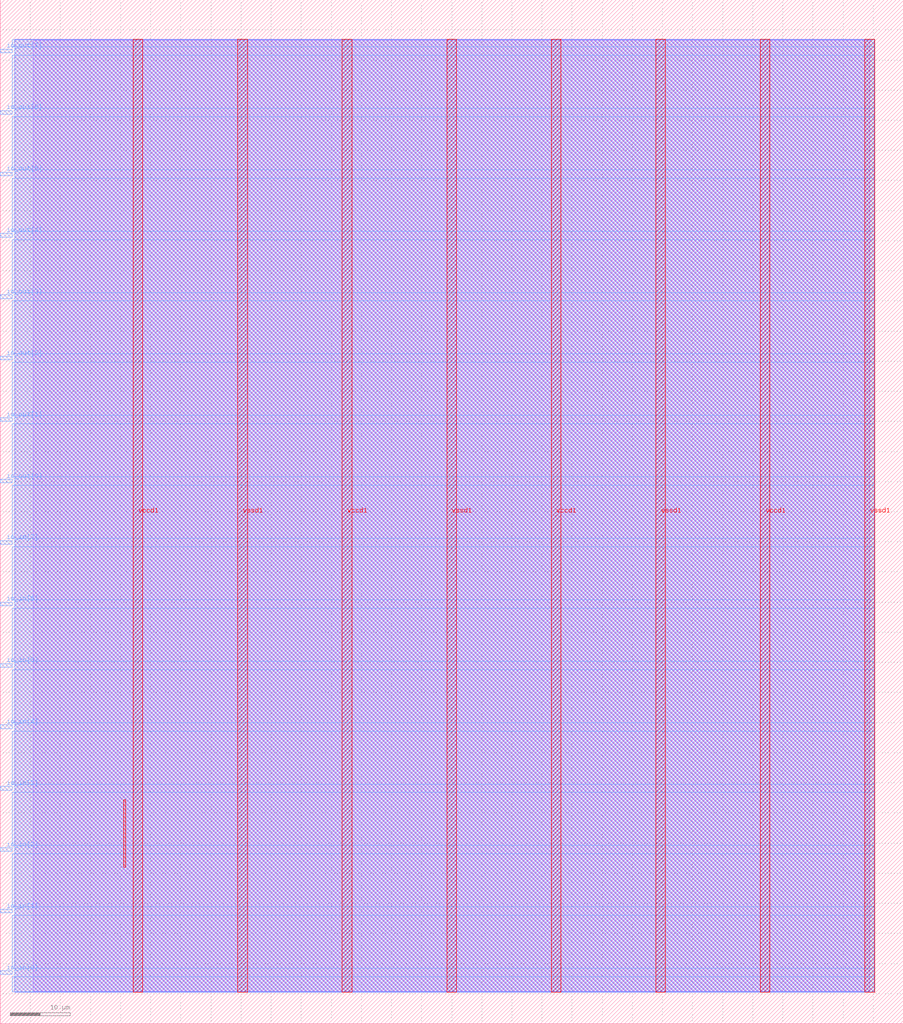
<source format=lef>
VERSION 5.7 ;
  NOWIREEXTENSIONATPIN ON ;
  DIVIDERCHAR "/" ;
  BUSBITCHARS "[]" ;
MACRO user_module_347592305412145748
  CLASS BLOCK ;
  FOREIGN user_module_347592305412145748 ;
  ORIGIN 0.000 0.000 ;
  SIZE 150.000 BY 170.000 ;
  PIN io_in[0]
    DIRECTION INPUT ;
    USE SIGNAL ;
    PORT
      LAYER met3 ;
        RECT 0.000 8.200 2.000 8.800 ;
    END
  END io_in[0]
  PIN io_in[1]
    DIRECTION INPUT ;
    USE SIGNAL ;
    PORT
      LAYER met3 ;
        RECT 0.000 18.400 2.000 19.000 ;
    END
  END io_in[1]
  PIN io_in[2]
    DIRECTION INPUT ;
    USE SIGNAL ;
    PORT
      LAYER met3 ;
        RECT 0.000 28.600 2.000 29.200 ;
    END
  END io_in[2]
  PIN io_in[3]
    DIRECTION INPUT ;
    USE SIGNAL ;
    PORT
      LAYER met3 ;
        RECT 0.000 38.800 2.000 39.400 ;
    END
  END io_in[3]
  PIN io_in[4]
    DIRECTION INPUT ;
    USE SIGNAL ;
    PORT
      LAYER met3 ;
        RECT 0.000 49.000 2.000 49.600 ;
    END
  END io_in[4]
  PIN io_in[5]
    DIRECTION INPUT ;
    USE SIGNAL ;
    PORT
      LAYER met3 ;
        RECT 0.000 59.200 2.000 59.800 ;
    END
  END io_in[5]
  PIN io_in[6]
    DIRECTION INPUT ;
    USE SIGNAL ;
    PORT
      LAYER met3 ;
        RECT 0.000 69.400 2.000 70.000 ;
    END
  END io_in[6]
  PIN io_in[7]
    DIRECTION INPUT ;
    USE SIGNAL ;
    PORT
      LAYER met3 ;
        RECT 0.000 79.600 2.000 80.200 ;
    END
  END io_in[7]
  PIN io_out[0]
    DIRECTION OUTPUT TRISTATE ;
    USE SIGNAL ;
    PORT
      LAYER met3 ;
        RECT 0.000 89.800 2.000 90.400 ;
    END
  END io_out[0]
  PIN io_out[1]
    DIRECTION OUTPUT TRISTATE ;
    USE SIGNAL ;
    PORT
      LAYER met3 ;
        RECT 0.000 100.000 2.000 100.600 ;
    END
  END io_out[1]
  PIN io_out[2]
    DIRECTION OUTPUT TRISTATE ;
    USE SIGNAL ;
    PORT
      LAYER met3 ;
        RECT 0.000 110.200 2.000 110.800 ;
    END
  END io_out[2]
  PIN io_out[3]
    DIRECTION OUTPUT TRISTATE ;
    USE SIGNAL ;
    PORT
      LAYER met3 ;
        RECT 0.000 120.400 2.000 121.000 ;
    END
  END io_out[3]
  PIN io_out[4]
    DIRECTION OUTPUT TRISTATE ;
    USE SIGNAL ;
    PORT
      LAYER met3 ;
        RECT 0.000 130.600 2.000 131.200 ;
    END
  END io_out[4]
  PIN io_out[5]
    DIRECTION OUTPUT TRISTATE ;
    USE SIGNAL ;
    PORT
      LAYER met3 ;
        RECT 0.000 140.800 2.000 141.400 ;
    END
  END io_out[5]
  PIN io_out[6]
    DIRECTION OUTPUT TRISTATE ;
    USE SIGNAL ;
    PORT
      LAYER met3 ;
        RECT 0.000 151.000 2.000 151.600 ;
    END
  END io_out[6]
  PIN io_out[7]
    DIRECTION OUTPUT TRISTATE ;
    USE SIGNAL ;
    PORT
      LAYER met3 ;
        RECT 0.000 161.200 2.000 161.800 ;
    END
  END io_out[7]
  PIN vccd1
    DIRECTION INOUT ;
    USE POWER ;
    PORT
      LAYER met4 ;
        RECT 22.085 5.200 23.685 163.440 ;
    END
    PORT
      LAYER met4 ;
        RECT 56.815 5.200 58.415 163.440 ;
    END
    PORT
      LAYER met4 ;
        RECT 91.545 5.200 93.145 163.440 ;
    END
    PORT
      LAYER met4 ;
        RECT 126.275 5.200 127.875 163.440 ;
    END
  END vccd1
  PIN vssd1
    DIRECTION INOUT ;
    USE GROUND ;
    PORT
      LAYER met4 ;
        RECT 39.450 5.200 41.050 163.440 ;
    END
    PORT
      LAYER met4 ;
        RECT 74.180 5.200 75.780 163.440 ;
    END
    PORT
      LAYER met4 ;
        RECT 108.910 5.200 110.510 163.440 ;
    END
    PORT
      LAYER met4 ;
        RECT 143.640 5.200 145.240 163.440 ;
    END
  END vssd1
  OBS
      LAYER li1 ;
        RECT 5.520 5.355 144.440 163.285 ;
      LAYER met1 ;
        RECT 2.370 5.200 145.240 163.440 ;
      LAYER met2 ;
        RECT 2.390 5.255 145.210 163.385 ;
      LAYER met3 ;
        RECT 2.000 162.200 145.230 163.365 ;
        RECT 2.400 160.800 145.230 162.200 ;
        RECT 2.000 152.000 145.230 160.800 ;
        RECT 2.400 150.600 145.230 152.000 ;
        RECT 2.000 141.800 145.230 150.600 ;
        RECT 2.400 140.400 145.230 141.800 ;
        RECT 2.000 131.600 145.230 140.400 ;
        RECT 2.400 130.200 145.230 131.600 ;
        RECT 2.000 121.400 145.230 130.200 ;
        RECT 2.400 120.000 145.230 121.400 ;
        RECT 2.000 111.200 145.230 120.000 ;
        RECT 2.400 109.800 145.230 111.200 ;
        RECT 2.000 101.000 145.230 109.800 ;
        RECT 2.400 99.600 145.230 101.000 ;
        RECT 2.000 90.800 145.230 99.600 ;
        RECT 2.400 89.400 145.230 90.800 ;
        RECT 2.000 80.600 145.230 89.400 ;
        RECT 2.400 79.200 145.230 80.600 ;
        RECT 2.000 70.400 145.230 79.200 ;
        RECT 2.400 69.000 145.230 70.400 ;
        RECT 2.000 60.200 145.230 69.000 ;
        RECT 2.400 58.800 145.230 60.200 ;
        RECT 2.000 50.000 145.230 58.800 ;
        RECT 2.400 48.600 145.230 50.000 ;
        RECT 2.000 39.800 145.230 48.600 ;
        RECT 2.400 38.400 145.230 39.800 ;
        RECT 2.000 29.600 145.230 38.400 ;
        RECT 2.400 28.200 145.230 29.600 ;
        RECT 2.000 19.400 145.230 28.200 ;
        RECT 2.400 18.000 145.230 19.400 ;
        RECT 2.000 9.200 145.230 18.000 ;
        RECT 2.400 7.800 145.230 9.200 ;
        RECT 2.000 5.275 145.230 7.800 ;
      LAYER met4 ;
        RECT 20.535 26.015 20.865 37.225 ;
  END
END user_module_347592305412145748
END LIBRARY


</source>
